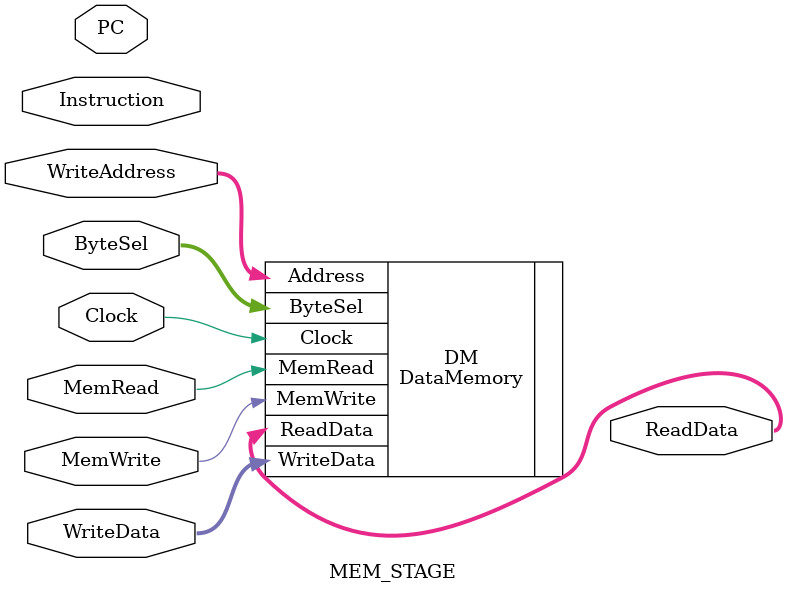
<source format=v>
`timescale 1ns / 1ps


module MEM_STAGE(Clock, PC, WriteData, ReadData, WriteAddress, MemRead, MemWrite, ByteSel, Instruction);
    input Clock, MemRead, MemWrite;
    input [1:0] ByteSel;
    input [31:0] PC, WriteData, WriteAddress, Instruction;
    
    output [31:0] ReadData;
    
    DataMemory DM(
        .Address(WriteAddress),
        .WriteData(WriteData),
        .ByteSel(ByteSel),
        .Clock(Clock),
        .MemWrite(MemWrite),
        .MemRead(MemRead),
        .ReadData(ReadData));
        
endmodule

</source>
